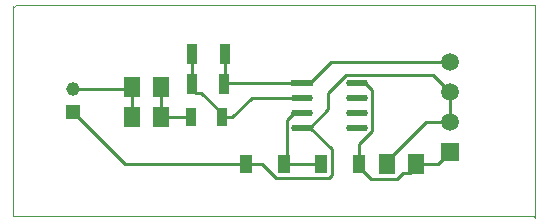
<source format=gtl>
G04*
G04 #@! TF.GenerationSoftware,Altium Limited,Altium Designer,23.1.1 (15)*
G04*
G04 Layer_Physical_Order=1*
G04 Layer_Color=255*
%FSLAX44Y44*%
%MOMM*%
G71*
G04*
G04 #@! TF.SameCoordinates,9518C762-B02E-498E-8BAE-AF0682291D7D*
G04*
G04*
G04 #@! TF.FilePolarity,Positive*
G04*
G01*
G75*
%ADD12C,0.2540*%
%ADD14R,1.3533X1.8042*%
%ADD15R,0.9000X1.5500*%
%ADD16R,1.0000X1.6000*%
%ADD17R,0.9500X1.7000*%
G04:AMPARAMS|DCode=18|XSize=1.8741mm|YSize=0.5434mm|CornerRadius=0.2717mm|HoleSize=0mm|Usage=FLASHONLY|Rotation=0.000|XOffset=0mm|YOffset=0mm|HoleType=Round|Shape=RoundedRectangle|*
%AMROUNDEDRECTD18*
21,1,1.8741,0.0000,0,0,0.0*
21,1,1.3307,0.5434,0,0,0.0*
1,1,0.5434,0.6653,0.0000*
1,1,0.5434,-0.6653,0.0000*
1,1,0.5434,-0.6653,0.0000*
1,1,0.5434,0.6653,0.0000*
%
%ADD18ROUNDEDRECTD18*%
%ADD19R,1.8741X0.5434*%
%ADD22R,1.1500X1.1500*%
%ADD23C,1.1500*%
%ADD24C,1.5200*%
%ADD25R,1.5200X1.5200*%
%ADD26C,0.0000*%
D12*
X591823Y779780D02*
X610030Y761573D01*
Y739722D02*
Y761573D01*
X607798Y737490D02*
X610030Y739722D01*
X563142Y737490D02*
X607798D01*
X551332Y749300D02*
X563142Y737490D01*
X537720Y749300D02*
X551332D01*
X571989Y751569D02*
Y785953D01*
X578516Y792480D01*
X569720Y749300D02*
X571989Y751569D01*
X578516Y792480D02*
X585169D01*
X695783Y824407D02*
X709930Y810260D01*
X607255Y809528D02*
X622134Y824407D01*
X607255Y795212D02*
Y809528D01*
X622134Y824407D02*
X695783D01*
X591823Y779780D02*
X607255Y795212D01*
X585169Y792480D02*
X591823D01*
X569720Y749300D02*
X601220D01*
X631491Y817880D02*
X638144D01*
X644671Y811353D01*
Y777076D02*
Y811353D01*
X633220Y765625D02*
X644671Y777076D01*
X633220Y749300D02*
Y765625D01*
X676048Y741549D02*
X681544Y747046D01*
X633220Y746300D02*
Y749300D01*
X681544Y747046D02*
Y749300D01*
X670460Y741549D02*
X676048D01*
X665380Y736469D02*
X670460Y741549D01*
X643051Y736469D02*
X665380D01*
X633220Y746300D02*
X643051Y736469D01*
X657036Y749300D02*
Y751554D01*
X690341Y784860D02*
X709930D01*
X657036Y751554D02*
X690341Y784860D01*
X681544Y749300D02*
X699770D01*
X709930Y759460D01*
X434840Y749300D02*
X537720D01*
X391000Y793140D02*
X434840Y749300D01*
X591823Y817880D02*
X609603Y835660D01*
X709930D01*
X585169Y817880D02*
X591823D01*
X709930Y784860D02*
Y810260D01*
X519460Y817080D02*
X520260Y817880D01*
X518990Y816610D02*
X519460Y817080D01*
X520260Y817880D02*
X585169D01*
X525780Y788670D02*
X542290Y805180D01*
X517220Y788670D02*
X525780D01*
X542290Y805180D02*
X585169D01*
X519460Y817080D02*
Y842010D01*
X491490Y816610D02*
Y841980D01*
X491460Y842010D02*
X491490Y841980D01*
X499760Y809380D02*
X517220Y791920D01*
X494970Y809380D02*
X499760D01*
X491490Y812860D02*
Y816610D01*
X517220Y788670D02*
Y791920D01*
X491490Y812860D02*
X494970Y809380D01*
X465424Y788670D02*
Y814070D01*
Y788670D02*
X490720D01*
X440916D02*
Y814070D01*
X438986Y812140D02*
X440916Y814070D01*
X391000Y812140D02*
X438986D01*
D14*
X440916Y788670D02*
D03*
X465424D02*
D03*
X681544Y749300D02*
D03*
X657036D02*
D03*
X440916Y814070D02*
D03*
X465424D02*
D03*
D15*
X490720Y788670D02*
D03*
X517220D02*
D03*
D16*
X633220Y749300D02*
D03*
X601220D02*
D03*
X569720D02*
D03*
X537720D02*
D03*
D17*
X491490Y816610D02*
D03*
X518990D02*
D03*
X491460Y842010D02*
D03*
X519460D02*
D03*
D18*
X631491Y817880D02*
D03*
Y805180D02*
D03*
Y792480D02*
D03*
Y779780D02*
D03*
X585169D02*
D03*
Y792480D02*
D03*
Y805180D02*
D03*
D19*
Y817880D02*
D03*
D22*
X391000Y793140D02*
D03*
D23*
Y812140D02*
D03*
D24*
X709930Y835660D02*
D03*
Y810260D02*
D03*
Y784860D02*
D03*
D25*
Y759460D02*
D03*
D26*
X340360Y881380D02*
Y882650D01*
Y704850D02*
Y882650D01*
Y704850D02*
X781050D01*
X782320Y703580D01*
Y883920D01*
X342900D02*
X782320D01*
X340360Y881380D02*
X342900Y883920D01*
M02*

</source>
